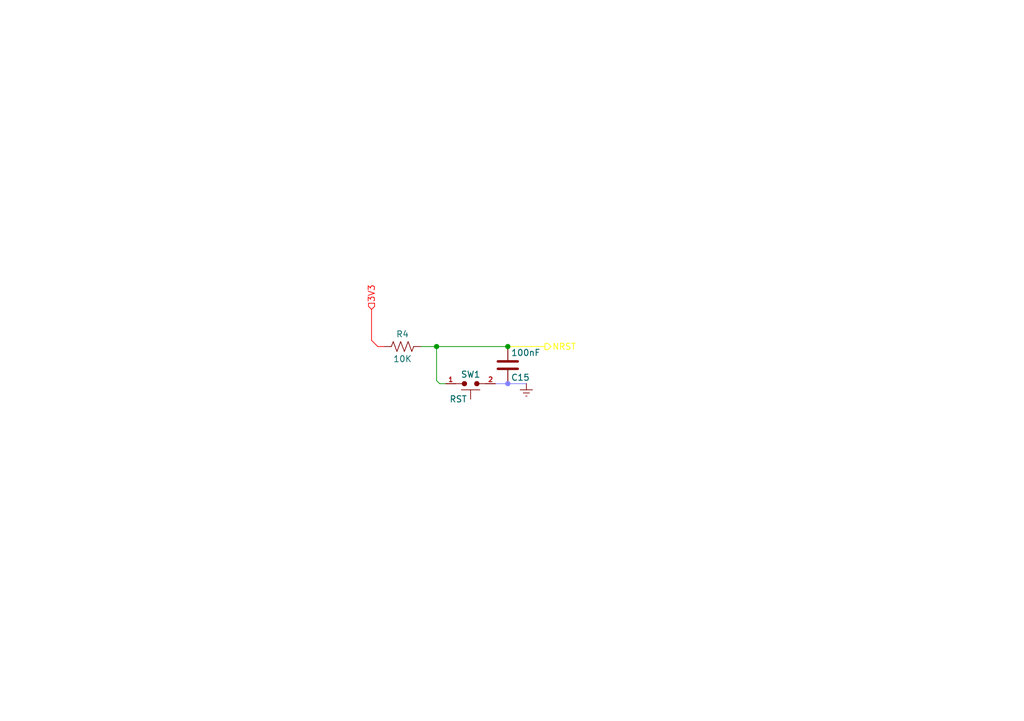
<source format=kicad_sch>
(kicad_sch (version 20231120) (generator "eeschema") (generator_version "8.0")
  (paper "A5")
  (title_block (title "Reset") (date "2024-10-26") (company "Designer: Ginsakura"))
  (lib_symbols
    (symbol "Device:C" (pin_numbers hide) (pin_names (offset 0.254))
      (property "Reference" "C" (at 0.635 2.54 0))
      (property "Value" "C" (at 0.635 -2.54 0))
      (symbol "C_0_1"
        (polyline (pts (xy -2.032 -0.762) (xy 2.032 -0.762)) (stroke (width 0.508)))
        (polyline (pts (xy -2.032 0.762) (xy 2.032 0.762)) (stroke (width 0.508)))
      )
      (symbol "C_1_1"
        (pin passive line (at 0 3.81 270) (length 2.794) (name "~") (number "1"))
        (pin passive line (at 0 -3.81 90) (length 2.794) (name "~") (number "2"))
      )
    )
    (symbol "Device:R_US" (pin_numbers hide) (pin_names (offset 0))
      (property "Reference" "R" (at 2.54 0 90))
      (property "Value" "R_US" (at -2.54 0 90))
      (symbol "R_US_0_1"
        (polyline (pts (xy 0 -2.286) (xy 0 -2.54)))
        (polyline (pts (xy 0 2.286) (xy 0 2.54)))
        (polyline (pts (xy 0 -0.762) (xy 1.016 -1.143) (xy 0 -1.524) (xy -1.016 -1.905) (xy 0 -2.286)))
        (polyline (pts (xy 0 0.762) (xy 1.016 0.381) (xy 0 0) (xy -1.016 -0.381) (xy 0 -0.762)))
        (polyline (pts (xy 0 2.286) (xy 1.016 1.905) (xy 0 1.524) (xy -1.016 1.143) (xy 0 0.762)))
      )
      (symbol "R_US_1_1"
        (pin passive line (at 0 3.81 270) (length 1.27) (name "~") (number "1"))
        (pin passive line (at 0 -3.81 90) (length 1.27) (name "~") (number "2"))
      )
    )
    (symbol "PCM_SL_Devices:Push_Button"
      (property "Reference" "SW" (at 0 6.35 0))
      (property "Value" "Push_Button" (at 0 4.445 0))
      (symbol "Push_Button_0_1"
        (circle (center -1.27 0) (radius 0.4579) (fill (type outline)))
        (polyline (pts (xy -3.175 0) (xy -1.778 0)))
        (polyline (pts (xy -1.905 1.27) (xy 1.905 1.27)))
        (polyline (pts (xy 0 1.27) (xy 0 3.175)))
        (polyline (pts (xy 1.778 0) (xy 3.175 0)))
        (circle (center 1.27 0) (radius 0.4579) (fill (type outline)))
      )
      (symbol "Push_Button_1_1"
        (pin passive line (at -5.08 0 0) (length 2) (name "") (number "1"))
        (pin passive line (at 5.08 0 180) (length 2) (name "") (number "2"))
      )
    )
    (symbol "power:Earth" (power) (pin_numbers hide) (pin_names (offset 0) hide)
      (property "Value" "Earth" (at 0 -3.81 0))
      (symbol "Earth_0_1"
        (polyline (pts (xy -0.635 -1.905) (xy 0.635 -1.905)))
        (polyline (pts (xy -0.127 -2.54) (xy 0.127 -2.54)))
        (polyline (pts (xy 0 -1.27) (xy 0 0)))
        (polyline (pts (xy 1.27 -1.27) (xy -1.27 -1.27)))
      )
      (symbol "Earth_1_1"
        (pin power_in line (at 0 0 270) (length 0) (name "~") (number "1"))
      )
    )
  )
  (junction (at 104.14 78.74) (color 127 127 255 1))
  (junction (at 104.14 71.12))
  (junction (at 89.535 71.12))
  (wire (pts (xy 76.2 69.85) (xy 77.47 71.12)) (stroke (width 0) (color 251 0 0 1)))
  (wire (pts (xy 76.2 63.5) (xy 76.2 69.85)) (stroke (width 0) (color 251 0 0 1)))
  (wire (pts (xy 107.95 78.74) (xy 104.14 78.74)) (stroke (width 0) (color 127 127 255 1)))
  (wire (pts (xy 101.6 78.74) (xy 104.14 78.74)) (stroke (width 0) (color 127 127 255 1)))
  (wire (pts (xy 86.36 71.12) (xy 89.535 71.12)))
  (wire (pts (xy 77.47 71.12) (xy 78.74 71.12)) (stroke (width 0) (color 251 0 0 1)))
  (wire (pts (xy 90.17 78.74) (xy 91.44 78.74)))
  (wire (pts (xy 104.14 71.12) (xy 111.76 71.12)) (stroke (width 0) (color 255 255 0 1)))
  (wire (pts (xy 90.17 78.74) (xy 89.535 78.105)))
  (wire (pts (xy 89.535 71.12) (xy 89.535 78.105)))
  (wire (pts (xy 89.535 71.12) (xy 104.14 71.12)))
  (hierarchical_label "3V3" (shape input) (at 76.2 63.5 90))
  (hierarchical_label "NRST" (shape output) (at 111.76 71.12 0))
  (symbol (lib_id "PCM_SL_Devices:Push_Button") (at 96.52 78.74 0) (mirror x) (unit 1)
    (property "Reference" "SW1" (at 96.52 76.835 0))
    (property "Value" "RST" (at 93.98 81.915 0))
    (property "Footprint" "Button_Switch_THT:SW_PUSH_6mm" (effects (hide yes)))
    (property "Description" "Common 6mmx6mm Push Button" (effects (hide yes)))
  )
  (symbol (lib_id "power:Earth") (at 107.95 78.74 0) (unit 1)
    (property "Reference" "#PWR05" (effects (hide yes)))
    (property "Value" "Earth" (effects (hide yes)))
    (property "Description" "Power symbol creates a global label with name \"Earth\"" (effects (hide yes)))
  )
  (symbol (lib_id "Device:R_US") (at 82.55 71.12 90) (unit 1)
    (property "Reference" "R4" (at 82.55 68.58 90))
    (property "Value" "10K" (at 82.55 73.66 90))
    (property "Footprint" "Resistor_SMD:R_0805_2012Metric" (effects (hide yes)))
    (property "Description" "Resistor, US symbol" (effects (hide yes)))
  )
  (symbol (lib_id "Device:C") (at 104.14 74.93 0) (mirror x) (unit 1)
    (property "Reference" "C15" (at 104.775 77.47 0) (effects (justify left)))
    (property "Value" "100nF" (at 104.775 72.39 0) (effects (justify left)))
    (property "Footprint" "Capacitor_SMD:C_0603_1608Metric" (effects (hide yes)))
    (property "Description" "Unpolarized capacitor" (effects (hide yes)))
  )
)
</source>
